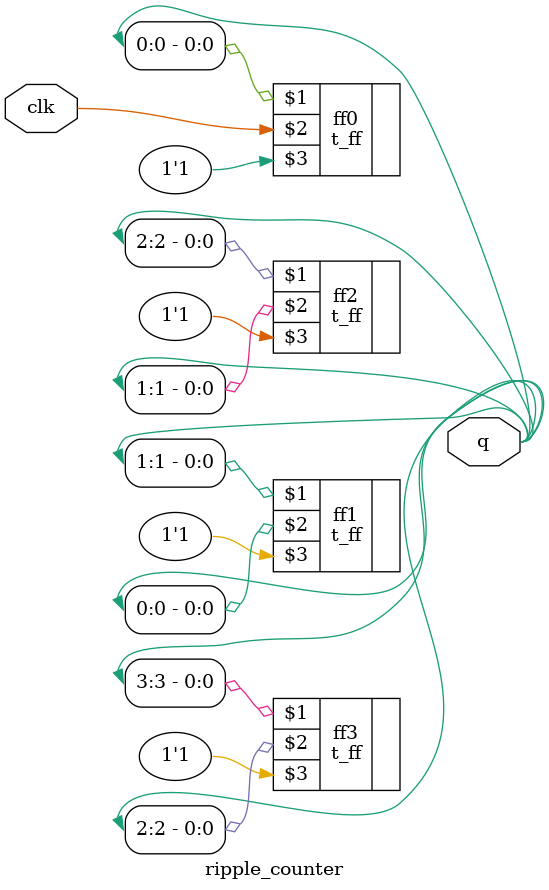
<source format=v>
/*
Ripple Counter Using UDP
 Instantiate 4 T flip-flop UDPs to make a ripple counter.
 */
 module ripple_counter(input clk, output [3:0] q);
    t_ff ff0(q[0], clk, 1'b1);
    t_ff ff1(q[1], q[0], 1'b1);
    t_ff ff2(q[2], q[1], 1'b1);
    t_ff ff3(q[3], q[2], 1'b1);
endmodule
</source>
